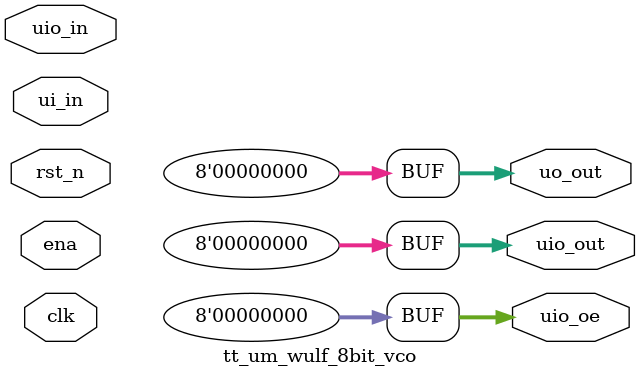
<source format=v>
module tt_um_wulf_8bit_vco(	// file.cleaned.mlir:2:3
  input  [7:0] ui_in,	// file.cleaned.mlir:2:37
               uio_in,	// file.cleaned.mlir:2:53
  input        ena,	// file.cleaned.mlir:2:70
               clk,	// file.cleaned.mlir:2:84
               rst_n,	// file.cleaned.mlir:2:98
  output [7:0] uo_out,	// file.cleaned.mlir:2:115
               uio_out,	// file.cleaned.mlir:2:132
               uio_oe	// file.cleaned.mlir:2:150
);

  assign uo_out = 8'h0;	// file.cleaned.mlir:3:14, :4:5
  assign uio_out = 8'h0;	// file.cleaned.mlir:3:14, :4:5
  assign uio_oe = 8'h0;	// file.cleaned.mlir:3:14, :4:5
endmodule


</source>
